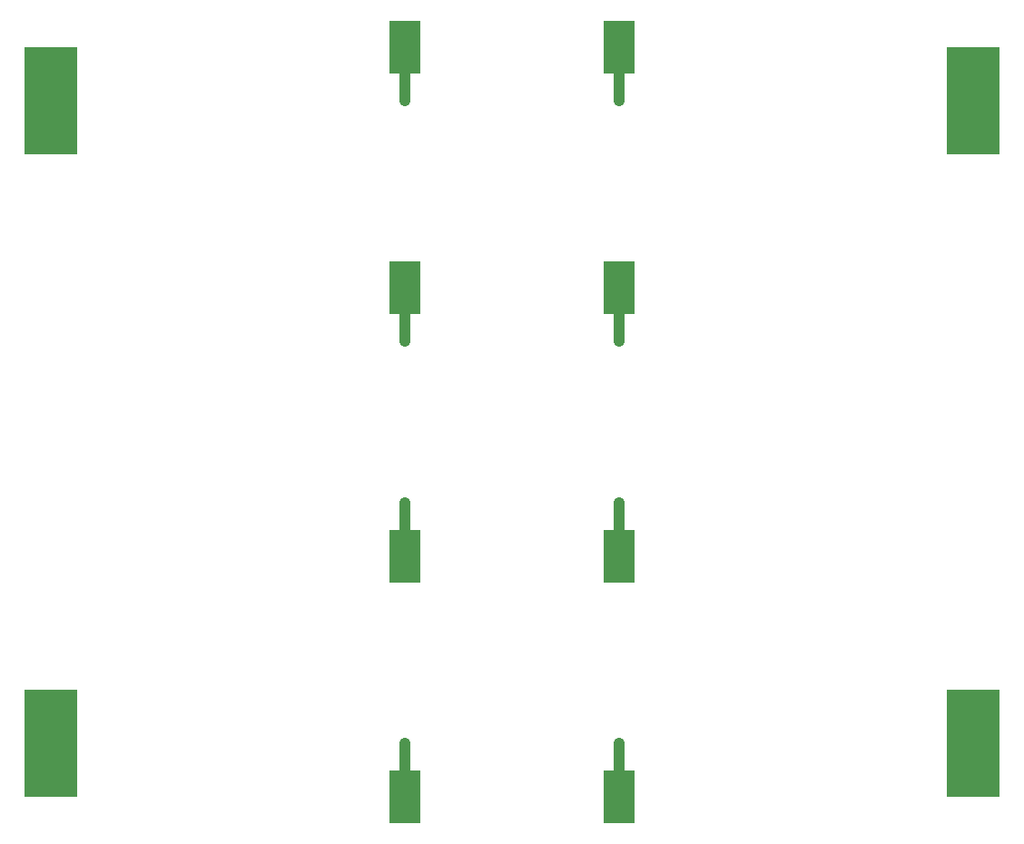
<source format=gbr>
G04 #@! TF.GenerationSoftware,KiCad,Pcbnew,(5.1.5)-3*
G04 #@! TF.CreationDate,2020-06-13T14:21:20+02:00*
G04 #@! TF.ProjectId,elektrode_v3_bipolar,656c656b-7472-46f6-9465-5f76335f6269,rev?*
G04 #@! TF.SameCoordinates,Original*
G04 #@! TF.FileFunction,Copper,L2,Bot*
G04 #@! TF.FilePolarity,Positive*
%FSLAX46Y46*%
G04 Gerber Fmt 4.6, Leading zero omitted, Abs format (unit mm)*
G04 Created by KiCad (PCBNEW (5.1.5)-3) date 2020-06-13 14:21:20*
%MOMM*%
%LPD*%
G04 APERTURE LIST*
%ADD10R,3.000000X5.000000*%
%ADD11R,5.000000X10.000000*%
%ADD12C,0.800000*%
%ADD13C,1.000000*%
G04 APERTURE END LIST*
D10*
X90000000Y-87500000D03*
X110000000Y-87500000D03*
X110000000Y-112500000D03*
X90000000Y-112500000D03*
X110000000Y-135000000D03*
X90000000Y-135000000D03*
D11*
X57000000Y-70000000D03*
X57000000Y-130000000D03*
X143000000Y-130000000D03*
X143000000Y-70000000D03*
D10*
X110000000Y-65000000D03*
X90000000Y-65000000D03*
D12*
X90000000Y-70000000D03*
X90000000Y-130000000D03*
X90000000Y-107500000D03*
X90000000Y-92500000D03*
X110000000Y-70000000D03*
X110000000Y-130000000D03*
X110000000Y-107500000D03*
X110000000Y-92500000D03*
D13*
X90000000Y-70000000D02*
X90000000Y-65000000D01*
X90000000Y-135000000D02*
X90000000Y-130000000D01*
X90000000Y-112500000D02*
X90000000Y-107500000D01*
X90000000Y-87500000D02*
X90000000Y-92500000D01*
X110000000Y-70000000D02*
X110000000Y-65000000D01*
X110000000Y-130000000D02*
X110000000Y-135000000D01*
X110000000Y-107500000D02*
X110000000Y-112500000D01*
X110000000Y-92500000D02*
X110000000Y-87500000D01*
M02*

</source>
